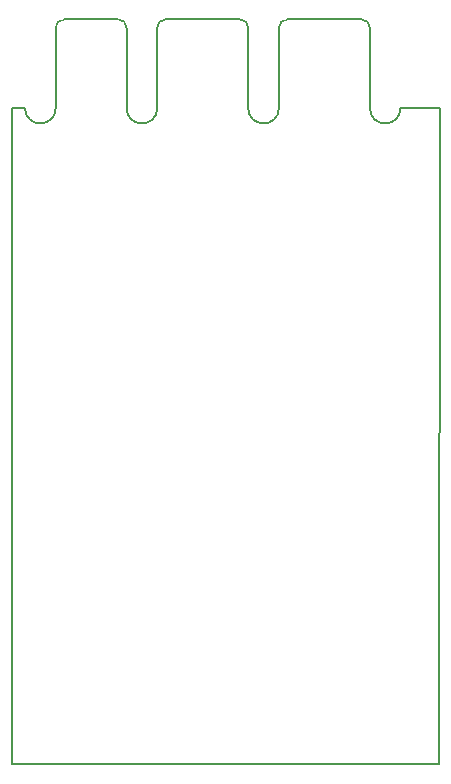
<source format=gbr>
%TF.GenerationSoftware,KiCad,Pcbnew,(6.0.5)*%
%TF.CreationDate,2023-02-05T19:42:52+01:00*%
%TF.ProjectId,PicoMemcard-pico,5069636f-4d65-46d6-9361-72642d706963,1.1.2*%
%TF.SameCoordinates,Original*%
%TF.FileFunction,Profile,NP*%
%FSLAX46Y46*%
G04 Gerber Fmt 4.6, Leading zero omitted, Abs format (unit mm)*
G04 Created by KiCad (PCBNEW (6.0.5)) date 2023-02-05 19:42:52*
%MOMM*%
%LPD*%
G01*
G04 APERTURE LIST*
%TA.AperFunction,Profile*%
%ADD10C,0.200000*%
%TD*%
G04 APERTURE END LIST*
D10*
X161300318Y-64900622D02*
X161300318Y-71700622D01*
X131000000Y-71700000D02*
X130998000Y-127254000D01*
X151000318Y-71700622D02*
G75*
G03*
X153600318Y-71700622I1300000J0D01*
G01*
X140700376Y-64900624D02*
G75*
G03*
X140000725Y-64199987I-673676J26924D01*
G01*
X140700318Y-71700622D02*
G75*
G03*
X143300318Y-71700622I1300000J0D01*
G01*
X167200000Y-71700000D02*
X167198000Y-127254000D01*
X154300318Y-64200623D02*
G75*
G03*
X153599683Y-64900216I-27018J-673577D01*
G01*
X154300318Y-64200622D02*
X160600725Y-64199987D01*
X130998000Y-127254000D02*
X167198000Y-127254000D01*
X144000318Y-64200622D02*
X150300725Y-64199987D01*
X161300376Y-64900624D02*
G75*
G03*
X160600725Y-64199987I-673676J26924D01*
G01*
X135400318Y-64200623D02*
G75*
G03*
X134699683Y-64900216I-27018J-673577D01*
G01*
X144000318Y-64200623D02*
G75*
G03*
X143299683Y-64900216I-27018J-673577D01*
G01*
X163900318Y-71699784D02*
X167200000Y-71700000D01*
X151000376Y-64900624D02*
G75*
G03*
X150300725Y-64199987I-673676J26924D01*
G01*
X132100318Y-71700622D02*
X131000000Y-71700000D01*
X134700318Y-71699784D02*
X134699683Y-64900216D01*
X151000318Y-64900622D02*
X151000318Y-71700622D01*
X135400318Y-64200622D02*
X140000725Y-64199987D01*
X161300282Y-71700622D02*
G75*
G03*
X163900318Y-71699784I1300018J422D01*
G01*
X143300318Y-71700622D02*
X143299683Y-64900216D01*
X140700318Y-64900622D02*
X140700318Y-71700622D01*
X132100282Y-71700622D02*
G75*
G03*
X134700318Y-71699784I1300018J422D01*
G01*
X153600318Y-71700622D02*
X153599683Y-64900216D01*
M02*

</source>
